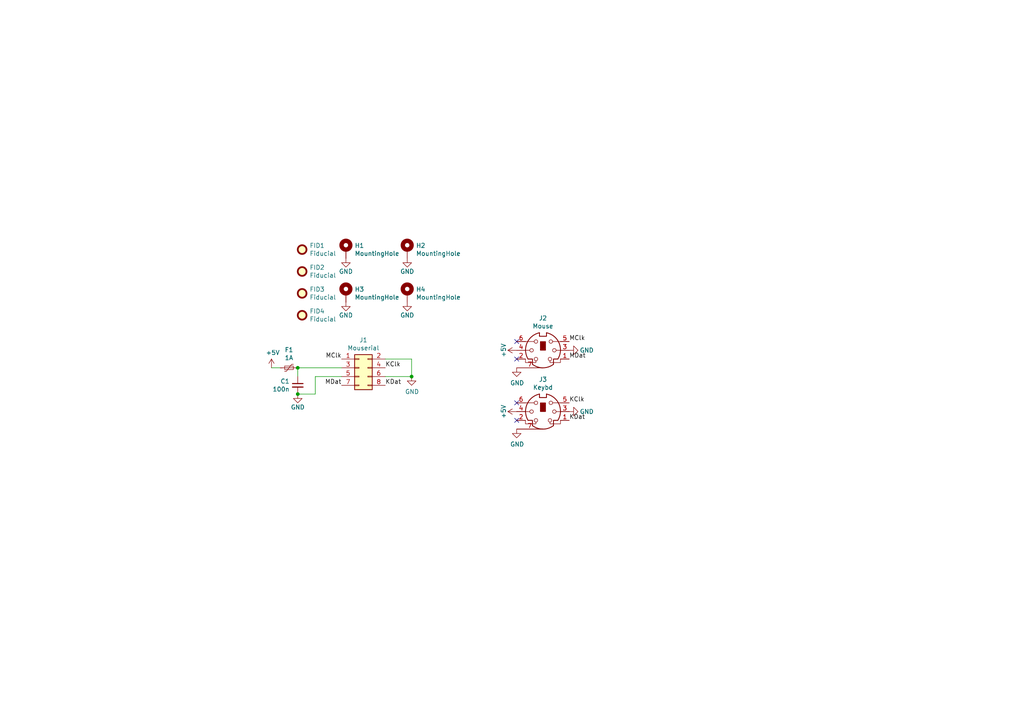
<source format=kicad_sch>
(kicad_sch (version 20230121) (generator eeschema)
  (paper "A4")
  (lib_symbols
    (symbol "Connector_Generic:Conn_02x04_Odd_Even" (pin_names (offset 1.016) hide)
      (property "Reference" "J" (at 1.27 5.08 0))
      (property "Value" "Conn_02x04_Odd_Even" (at 1.27 -7.62 0))
      (symbol "Conn_02x04_Odd_Even_1_1"
        (rectangle (start -1.27 -4.953) (end 0 -5.207) (stroke (width 0.1524)))
        (rectangle (start -1.27 -2.413) (end 0 -2.667) (stroke (width 0.1524)))
        (rectangle (start -1.27 0.127) (end 0 -0.127) (stroke (width 0.1524)))
        (rectangle (start -1.27 2.667) (end 0 2.413) (stroke (width 0.1524)))
        (rectangle (start -1.27 3.81) (end 3.81 -6.35) (stroke (width 0.254)) (fill (type background)))
        (rectangle (start 3.81 -4.953) (end 2.54 -5.207) (stroke (width 0.1524)))
        (rectangle (start 3.81 -2.413) (end 2.54 -2.667) (stroke (width 0.1524)))
        (rectangle (start 3.81 0.127) (end 2.54 -0.127) (stroke (width 0.1524)))
        (rectangle (start 3.81 2.667) (end 2.54 2.413) (stroke (width 0.1524)))
        (pin passive line (at -5.08 2.54 0) (length 3.81) (name "Pin_1") (number "1"))
        (pin passive line (at 7.62 2.54 180) (length 3.81) (name "Pin_2") (number "2"))
        (pin passive line (at -5.08 0 0) (length 3.81) (name "Pin_3") (number "3"))
        (pin passive line (at 7.62 0 180) (length 3.81) (name "Pin_4") (number "4"))
        (pin passive line (at -5.08 -2.54 0) (length 3.81) (name "Pin_5") (number "5"))
        (pin passive line (at 7.62 -2.54 180) (length 3.81) (name "Pin_6") (number "6"))
        (pin passive line (at -5.08 -5.08 0) (length 3.81) (name "Pin_7") (number "7"))
        (pin passive line (at 7.62 -5.08 180) (length 3.81) (name "Pin_8") (number "8"))
      )
    )
    (symbol "Device:C_Small" (pin_numbers hide) (pin_names (offset 0.254) hide)
      (property "Reference" "C" (at 0.254 1.778 0))
      (property "Value" "C_Small" (at 0.254 -2.032 0))
      (symbol "C_Small_0_1"
        (polyline (pts (xy -1.524 -0.508) (xy 1.524 -0.508)) (stroke (width 0.3302)))
        (polyline (pts (xy -1.524 0.508) (xy 1.524 0.508)) (stroke (width 0.3048)))
      )
      (symbol "C_Small_1_1"
        (pin passive line (at 0 2.54 270) (length 2.032) (name "~") (number "1"))
        (pin passive line (at 0 -2.54 90) (length 2.032) (name "~") (number "2"))
      )
    )
    (symbol "Device:Polyfuse_Small" (pin_numbers hide) (pin_names (offset 0))
      (property "Reference" "F" (at -1.905 0 90))
      (property "Value" "Polyfuse_Small" (at 1.905 0 90))
      (symbol "Polyfuse_Small_0_1"
        (rectangle (start -0.508 1.27) (end 0.508 -1.27))
        (polyline (pts (xy 0 2.54) (xy 0 -2.54)))
        (polyline (pts (xy -1.016 1.27) (xy -1.016 0.762) (xy 1.016 -0.762) (xy 1.016 -1.27)))
      )
      (symbol "Polyfuse_Small_1_1"
        (pin passive line (at 0 2.54 270) (length 0.635) (name "~") (number "1"))
        (pin passive line (at 0 -2.54 90) (length 0.635) (name "~") (number "2"))
      )
    )
    (symbol "Mechanical:Fiducial"
      (property "Reference" "FID" (at 0 5.08 0))
      (property "Value" "Fiducial" (at 0 3.175 0))
      (symbol "Fiducial_0_1"
        (circle (center 0 0) (radius 1.27) (stroke (width 0.508)) (fill (type background)))
      )
    )
    (symbol "Mechanical:MountingHole_Pad" (pin_numbers hide) (pin_names (offset 1.016) hide)
      (property "Reference" "H" (at 0 6.35 0))
      (property "Value" "MountingHole_Pad" (at 0 4.445 0))
      (symbol "MountingHole_Pad_0_1"
        (circle (center 0 1.27) (radius 1.27) (stroke (width 1.27)))
      )
      (symbol "MountingHole_Pad_1_1"
        (pin input line (at 0 -2.54 90) (length 2.54) (name "1") (number "1"))
      )
    )
    (symbol "mouserial-keymouse-rescue:MiniDIN-6-StandardParts" (pin_names (offset 1.016))
      (property "Reference" "U" (at 1.27 15.24 0))
      (property "Value" "StandardParts_MiniDIN-6" (at 0 -6.35 0))
      (symbol "MiniDIN-6-StandardParts_1_1"
        (circle (center -3.302 0) (radius 0.508))
        (arc (start -3.048 -4.064) (mid 0 -5.08) (end 3.048 -4.064) (stroke (width 0.254)))
        (circle (center -2.032 -2.54) (radius 0.508))
        (circle (center -2.032 2.54) (radius 0.508))
        (arc (start -1.016 5.08) (mid -4.6228 2.1214) (end -4.318 -2.54) (stroke (width 0.254)))
        (rectangle (start -0.762 2.54) (end 0.762 0) (fill (type outline)))
        (polyline (pts (xy -3.81 0) (xy -5.08 0)))
        (polyline (pts (xy -2.54 2.54) (xy -5.08 2.54)))
        (polyline (pts (xy 2.794 2.54) (xy 5.08 2.54)))
        (polyline (pts (xy 5.08 0) (xy 3.81 0)))
        (polyline (pts (xy -4.318 -2.54) (xy -3.048 -2.54) (xy -3.048 -4.064)) (stroke (width 0.254)))
        (polyline (pts (xy 4.318 -2.54) (xy 3.048 -2.54) (xy 3.048 -4.064)) (stroke (width 0.254)))
        (polyline (pts (xy -2.032 -3.048) (xy -2.032 -3.556) (xy -5.08 -3.556) (xy -5.08 -2.54)))
        (polyline (pts (xy -1.016 5.08) (xy -1.016 4.064) (xy 1.016 4.064) (xy 1.016 5.08)) (stroke (width 0.254)))
        (polyline (pts (xy 2.032 -3.048) (xy 2.032 -3.556) (xy 5.08 -3.556) (xy 5.08 -2.54)))
        (circle (center 2.032 -2.54) (radius 0.508))
        (circle (center 2.286 2.54) (radius 0.508))
        (circle (center 3.302 0) (radius 0.508))
        (arc (start 4.318 -2.54) (mid 4.6661 2.1322) (end 1.016 5.08) (stroke (width 0.254)))
        (pin passive line (at 7.62 -2.54 180) (length 2.54) (name "~") (number "1"))
        (pin passive line (at -7.62 -2.54 0) (length 2.54) (name "~") (number "2"))
        (pin passive line (at 7.62 0 180) (length 2.54) (name "~") (number "3"))
        (pin passive line (at -7.62 0 0) (length 2.54) (name "~") (number "4"))
        (pin passive line (at 7.62 2.54 180) (length 2.54) (name "~") (number "5"))
        (pin passive line (at -7.62 2.54 0) (length 2.54) (name "~") (number "6"))
        (pin passive line (at -7.62 -5.08 0) (length 7.62) (name "~") (number "7"))
      )
    )
    (symbol "power:+5V" (power) (pin_names (offset 0))
      (property "Value" "+5V" (at 0 3.556 0))
      (symbol "+5V_0_1"
        (polyline (pts (xy -0.762 1.27) (xy 0 2.54)))
        (polyline (pts (xy 0 0) (xy 0 2.54)))
        (polyline (pts (xy 0 2.54) (xy 0.762 1.27)))
      )
      (symbol "+5V_1_1"
        (pin power_in line (at 0 0 90) (length 0) hide (name "+5V") (number "1"))
      )
    )
    (symbol "power:GND" (power) (pin_names (offset 0))
      (property "Value" "GND" (at 0 -3.81 0))
      (symbol "GND_0_1"
        (polyline (pts (xy 0 0) (xy 0 -1.27) (xy 1.27 -1.27) (xy 0 -2.54) (xy -1.27 -1.27) (xy 0 -1.27)))
      )
      (symbol "GND_1_1"
        (pin power_in line (at 0 0 270) (length 0) hide (name "GND") (number "1"))
      )
    )
  )
  (junction (at 86.36 114.3))
  (junction (at 86.36 106.68))
  (junction (at 119.38 109.22))
  (no_connect (at 149.86 99.06))
  (no_connect (at 149.86 121.92))
  (no_connect (at 149.86 104.14))
  (no_connect (at 149.86 116.84))
  (wire (pts (xy 86.36 106.68) (xy 99.06 106.68)))
  (wire (pts (xy 86.36 114.3) (xy 91.44 114.3)))
  (wire (pts (xy 91.44 109.22) (xy 99.06 109.22)))
  (wire (pts (xy 119.38 104.14) (xy 119.38 109.22)))
  (wire (pts (xy 111.76 104.14) (xy 119.38 104.14)))
  (wire (pts (xy 78.74 106.68) (xy 81.28 106.68)))
  (wire (pts (xy 86.36 106.68) (xy 86.36 109.22)))
  (wire (pts (xy 91.44 114.3) (xy 91.44 109.22)))
  (wire (pts (xy 119.38 109.22) (xy 111.76 109.22)))
  (label "MClk" (at 99.06 104.14 180))
  (label "KDat" (at 111.76 111.76 0))
  (label "MDat" (at 99.06 111.76 180))
  (label "KClk" (at 111.76 106.68 0))
  (label "MClk" (at 165.1 99.06 0))
  (label "KClk" (at 165.1 116.84 0))
  (label "MDat" (at 165.1 104.14 0))
  (label "KDat" (at 165.1 121.92 0))
  (symbol (lib_id "Device:C_Small") (at 86.36 111.76 0) (mirror y) (unit 1)
    (property "Reference" "C1" (at 84.0232 110.5916 0) (effects (justify left)))
    (property "Value" "100n" (at 84.0232 112.903 0) (effects (justify left)))
    (property "Footprint" "stdpads:C_0805" (effects hide))
  )
  (symbol (lib_id "power:GND") (at 86.36 114.3 0) (unit 1)
    (property "Reference" "#PWR04" (effects hide))
    (property "Value" "GND" (at 86.36 118.11 0))
  )
  (symbol (lib_id "power:GND") (at 165.1 101.6 90) (unit 1)
    (property "Reference" "#PWR015" (effects hide))
    (property "Value" "GND" (at 170.18 101.6 90))
  )
  (symbol (lib_id "power:+5V") (at 149.86 101.6 90) (unit 1)
    (property "Reference" "#PWR012" (effects hide))
    (property "Value" "+5V" (at 146.05 101.6 0))
  )
  (symbol (lib_id "mouserial-keymouse-rescue:MiniDIN-6-StandardParts") (at 157.48 101.6 0) (unit 1)
    (property "Reference" "J2" (at 157.48 92.2782 0))
    (property "Value" "Mouse" (at 157.48 94.5896 0))
    (property "Footprint" "stdpads:MD-60" (effects hide))
  )
  (symbol (lib_id "power:GND") (at 149.86 106.68 0) (unit 1)
    (property "Reference" "#PWR013" (effects hide))
    (property "Value" "GND" (at 149.987 111.0742 0))
  )
  (symbol (lib_id "Device:Polyfuse_Small") (at 83.82 106.68 270) (unit 1)
    (property "Reference" "F1" (at 83.82 101.473 90))
    (property "Value" "1A" (at 83.82 103.7844 90))
    (property "Footprint" "stdpads:BelFuse_1206" (effects hide))
  )
  (symbol (lib_id "power:GND") (at 165.1 119.38 90) (unit 1)
    (property "Reference" "#PWR0102" (effects hide))
    (property "Value" "GND" (at 170.18 119.38 90))
  )
  (symbol (lib_id "power:+5V") (at 149.86 119.38 90) (unit 1)
    (property "Reference" "#PWR0104" (effects hide))
    (property "Value" "+5V" (at 146.05 119.38 0))
  )
  (symbol (lib_id "mouserial-keymouse-rescue:MiniDIN-6-StandardParts") (at 157.48 119.38 0) (unit 1)
    (property "Reference" "J3" (at 157.48 110.0582 0))
    (property "Value" "Keybd" (at 157.48 112.3696 0))
    (property "Footprint" "stdpads:MD-60" (effects hide))
  )
  (symbol (lib_id "power:GND") (at 149.86 124.46 0) (unit 1)
    (property "Reference" "#PWR0105" (effects hide))
    (property "Value" "GND" (at 149.987 128.8542 0))
  )
  (symbol (lib_id "Mechanical:MountingHole_Pad") (at 100.33 72.39 0) (unit 1)
    (property "Reference" "H1" (at 102.87 71.2216 0) (effects (justify left)))
    (property "Value" "MountingHole" (at 102.87 73.533 0) (effects (justify left)))
    (property "Footprint" "stdpads:PasteHole_1.05mm_PTH" (effects hide))
  )
  (symbol (lib_id "Mechanical:Fiducial") (at 87.63 72.39 0) (unit 1)
    (property "Reference" "FID1" (at 89.789 71.2216 0) (effects (justify left)))
    (property "Value" "Fiducial" (at 89.789 73.533 0) (effects (justify left)))
    (property "Footprint" "stdpads:Fiducial" (effects hide))
  )
  (symbol (lib_id "Mechanical:MountingHole_Pad") (at 118.11 72.39 0) (unit 1)
    (property "Reference" "H2" (at 120.65 71.2216 0) (effects (justify left)))
    (property "Value" "MountingHole" (at 120.65 73.533 0) (effects (justify left)))
    (property "Footprint" "stdpads:PasteHole_1.05mm_PTH" (effects hide))
  )
  (symbol (lib_id "Mechanical:MountingHole_Pad") (at 100.33 85.09 0) (unit 1)
    (property "Reference" "H3" (at 102.87 83.9216 0) (effects (justify left)))
    (property "Value" "MountingHole" (at 102.87 86.233 0) (effects (justify left)))
    (property "Footprint" "stdpads:PasteHole_1.05mm_PTH" (effects hide))
  )
  (symbol (lib_id "Mechanical:Fiducial") (at 87.63 78.74 0) (unit 1)
    (property "Reference" "FID2" (at 89.789 77.5716 0) (effects (justify left)))
    (property "Value" "Fiducial" (at 89.789 79.883 0) (effects (justify left)))
    (property "Footprint" "stdpads:Fiducial" (effects hide))
  )
  (symbol (lib_id "Mechanical:MountingHole_Pad") (at 118.11 85.09 0) (unit 1)
    (property "Reference" "H4" (at 120.65 83.9216 0) (effects (justify left)))
    (property "Value" "MountingHole" (at 120.65 86.233 0) (effects (justify left)))
    (property "Footprint" "stdpads:PasteHole_1.05mm_PTH" (effects hide))
  )
  (symbol (lib_id "Mechanical:Fiducial") (at 87.63 85.09 0) (unit 1)
    (property "Reference" "FID3" (at 89.789 83.9216 0) (effects (justify left)))
    (property "Value" "Fiducial" (at 89.789 86.233 0) (effects (justify left)))
    (property "Footprint" "stdpads:Fiducial" (effects hide))
  )
  (symbol (lib_id "Mechanical:Fiducial") (at 87.63 91.44 0) (unit 1)
    (property "Reference" "FID4" (at 89.789 90.2716 0) (effects (justify left)))
    (property "Value" "Fiducial" (at 89.789 92.583 0) (effects (justify left)))
    (property "Footprint" "stdpads:Fiducial" (effects hide))
  )
  (symbol (lib_id "Connector_Generic:Conn_02x04_Odd_Even") (at 104.14 106.68 0) (unit 1)
    (property "Reference" "J1" (at 105.41 98.6282 0))
    (property "Value" "Mouserial" (at 105.41 100.9396 0))
    (property "Footprint" "stdpads:IDC_SMD_2x04_P2.54mm_Vertical" (effects hide))
  )
  (symbol (lib_id "power:GND") (at 100.33 74.93 0) (unit 1)
    (property "Reference" "#PWR0106" (effects hide))
    (property "Value" "GND" (at 100.33 78.74 0))
  )
  (symbol (lib_id "power:GND") (at 100.33 87.63 0) (unit 1)
    (property "Reference" "#PWR0107" (effects hide))
    (property "Value" "GND" (at 100.33 91.44 0))
  )
  (symbol (lib_id "power:GND") (at 118.11 87.63 0) (unit 1)
    (property "Reference" "#PWR0108" (effects hide))
    (property "Value" "GND" (at 118.11 91.44 0))
  )
  (symbol (lib_id "power:GND") (at 119.38 109.22 0) (unit 1)
    (property "Reference" "#PWR0101" (effects hide))
    (property "Value" "GND" (at 119.507 113.6142 0))
  )
  (symbol (lib_id "power:GND") (at 118.11 74.93 0) (unit 1)
    (property "Reference" "#PWR0109" (effects hide))
    (property "Value" "GND" (at 118.11 78.74 0))
  )
  (symbol (lib_id "power:+5V") (at 78.74 106.68 0) (unit 1)
    (property "Reference" "#PWR0103" (effects hide))
    (property "Value" "+5V" (at 79.121 102.2858 0))
  )
)
</source>
